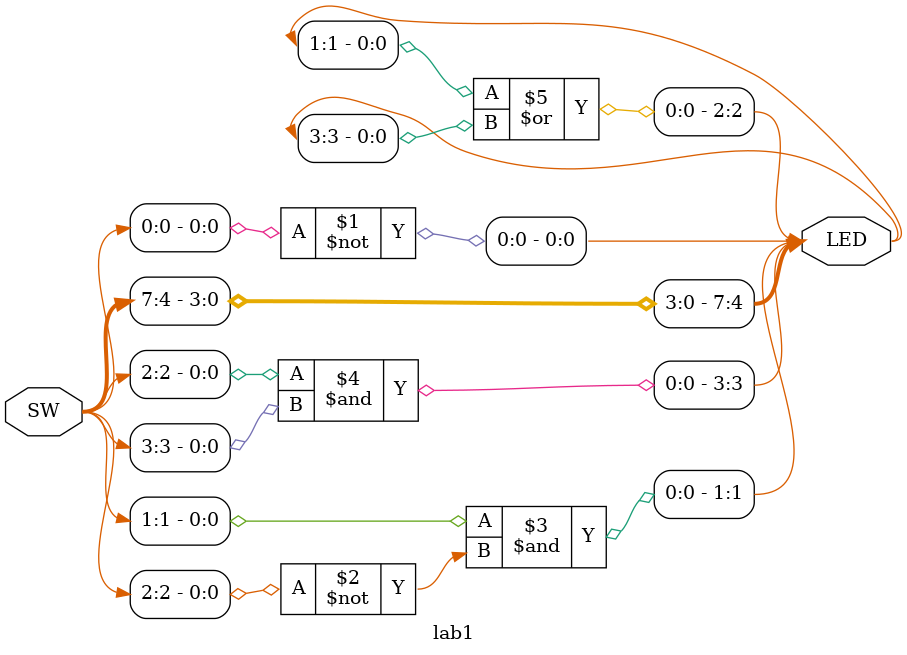
<source format=v>
`timescale 1ns / 1ps


module lab1(
    input [7:0] SW,
     output [7:0] LED
    );
    
    assign LED[0] = ~SW[0];
    assign LED[1] = SW[1] & ~SW[2];
    assign LED[3] = SW[2] & SW[3];
    assign LED[2] = LED[1] | LED[3];
    
    assign LED[7:4] = SW[7:4];
    
endmodule

</source>
